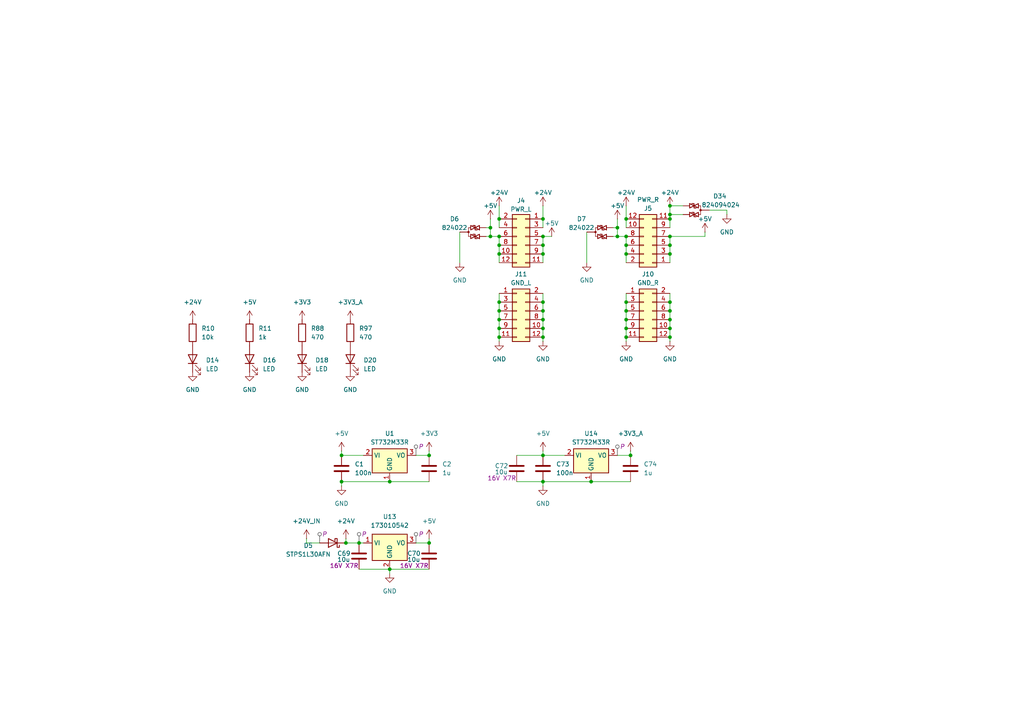
<source format=kicad_sch>
(kicad_sch (version 20231120) (generator "eeschema") (generator_version "8.0")
  (paper "A4")
  (lib_symbols
    (symbol "Connector_Generic:Conn_02x06_Odd_Even" (pin_names (offset 1.016) hide)
      (property "Reference" "J" (at 1.27 7.62 0))
      (property "Value" "Conn_02x06_Odd_Even" (at 1.27 -10.16 0))
      (symbol "Conn_02x06_Odd_Even_1_1"
        (rectangle (start -1.27 -7.493) (end 0 -7.747) (stroke (width 0.1524)))
        (rectangle (start -1.27 -4.953) (end 0 -5.207) (stroke (width 0.1524)))
        (rectangle (start -1.27 -2.413) (end 0 -2.667) (stroke (width 0.1524)))
        (rectangle (start -1.27 0.127) (end 0 -0.127) (stroke (width 0.1524)))
        (rectangle (start -1.27 2.667) (end 0 2.413) (stroke (width 0.1524)))
        (rectangle (start -1.27 5.207) (end 0 4.953) (stroke (width 0.1524)))
        (rectangle (start -1.27 6.35) (end 3.81 -8.89) (stroke (width 0.254)) (fill (type background)))
        (rectangle (start 3.81 -7.493) (end 2.54 -7.747) (stroke (width 0.1524)))
        (rectangle (start 3.81 -4.953) (end 2.54 -5.207) (stroke (width 0.1524)))
        (rectangle (start 3.81 -2.413) (end 2.54 -2.667) (stroke (width 0.1524)))
        (rectangle (start 3.81 0.127) (end 2.54 -0.127) (stroke (width 0.1524)))
        (rectangle (start 3.81 2.667) (end 2.54 2.413) (stroke (width 0.1524)))
        (rectangle (start 3.81 5.207) (end 2.54 4.953) (stroke (width 0.1524)))
        (pin passive line (at -5.08 5.08 0) (length 3.81) (name "Pin_1") (number "1"))
        (pin passive line (at 7.62 -5.08 180) (length 3.81) (name "Pin_10") (number "10"))
        (pin passive line (at -5.08 -7.62 0) (length 3.81) (name "Pin_11") (number "11"))
        (pin passive line (at 7.62 -7.62 180) (length 3.81) (name "Pin_12") (number "12"))
        (pin passive line (at 7.62 5.08 180) (length 3.81) (name "Pin_2") (number "2"))
        (pin passive line (at -5.08 2.54 0) (length 3.81) (name "Pin_3") (number "3"))
        (pin passive line (at 7.62 2.54 180) (length 3.81) (name "Pin_4") (number "4"))
        (pin passive line (at -5.08 0 0) (length 3.81) (name "Pin_5") (number "5"))
        (pin passive line (at 7.62 0 180) (length 3.81) (name "Pin_6") (number "6"))
        (pin passive line (at -5.08 -2.54 0) (length 3.81) (name "Pin_7") (number "7"))
        (pin passive line (at 7.62 -2.54 180) (length 3.81) (name "Pin_8") (number "8"))
        (pin passive line (at -5.08 -5.08 0) (length 3.81) (name "Pin_9") (number "9"))
      )
    )
    (symbol "D_TVS_Dual_AAC_1" (pin_numbers hide) (pin_names (offset 1.016) hide)
      (property "Reference" "D6" (at 0 3.81 0))
      (property "Value" "824022" (at 0 6.35 0))
      (symbol "D_TVS_Dual_AAC_1_0_1"
        (polyline (pts (xy -1.27 0) (xy -1.27 0.635)))
        (polyline (pts (xy -1.27 0) (xy 1.27 0)))
        (polyline (pts (xy 1.27 0) (xy 1.27 0.635)))
        (polyline (pts (xy -1.905 2.54) (xy -1.905 1.905) (xy -0.635 1.905) (xy -0.635 1.27)) (stroke (width 0.254)))
        (polyline (pts (xy 0.635 2.54) (xy 0.635 1.905) (xy 1.905 1.905) (xy 1.905 1.27)) (stroke (width 0.254)))
        (polyline (pts (xy -1.905 3.175) (xy -0.635 0.635) (xy -1.905 0.635) (xy -0.635 3.175) (xy -1.905 3.175)) (stroke (width 0.254)))
        (polyline (pts (xy 0.635 3.175) (xy 1.905 0.635) (xy 0.635 0.635) (xy 1.905 3.175) (xy 0.635 3.175)) (stroke (width 0.254)))
        (circle (center 0 0) (radius 0.254) (fill (type outline)))
      )
      (symbol "D_TVS_Dual_AAC_1_1_1"
        (pin passive line (at -1.27 5.08 270) (length 1.905) (name "A1") (number "1"))
        (pin passive line (at 1.27 5.08 270) (length 1.905) (name "A2") (number "2"))
        (pin passive line (at 0 -2.54 90) (length 2.54) (name "common") (number "3"))
      )
    )
    (symbol "Device:C" (pin_numbers hide) (pin_names (offset 0.254))
      (property "Reference" "C" (at 0.635 2.54 0))
      (property "Value" "C" (at 0.635 -2.54 0))
      (symbol "C_0_1"
        (polyline (pts (xy -2.032 -0.762) (xy 2.032 -0.762)) (stroke (width 0.508)))
        (polyline (pts (xy -2.032 0.762) (xy 2.032 0.762)) (stroke (width 0.508)))
      )
      (symbol "C_1_1"
        (pin passive line (at 0 3.81 270) (length 2.794) (name "~") (number "1"))
        (pin passive line (at 0 -3.81 90) (length 2.794) (name "~") (number "2"))
      )
    )
    (symbol "Device:D_Schottky" (pin_numbers hide) (pin_names (offset 1.016) hide)
      (property "Reference" "D6" (at -0.3175 -6.35 0))
      (property "Value" "STPS1L30AFN" (at -0.3175 -3.81 0))
      (symbol "D_Schottky_0_1"
        (polyline (pts (xy 1.27 0) (xy -1.27 0)))
        (polyline (pts (xy 1.27 1.27) (xy 1.27 -1.27) (xy -1.27 0) (xy 1.27 1.27)) (stroke (width 0.254)))
        (polyline (pts (xy -1.905 0.635) (xy -1.905 1.27) (xy -1.27 1.27) (xy -1.27 -1.27) (xy -0.635 -1.27) (xy -0.635 -0.635)) (stroke (width 0.254)))
      )
      (symbol "D_Schottky_1_1"
        (pin passive line (at -3.81 0 0) (length 2.54) (name "K") (number "1"))
        (pin passive line (at 3.81 0 180) (length 2.54) (name "A") (number "2"))
      )
    )
    (symbol "Device:LED" (pin_numbers hide) (pin_names (offset 1.016) hide)
      (property "Reference" "D" (at 0 2.54 0))
      (property "Value" "LED" (at 0 -2.54 0))
      (symbol "LED_0_1"
        (polyline (pts (xy -1.27 -1.27) (xy -1.27 1.27)) (stroke (width 0.254)))
        (polyline (pts (xy -1.27 0) (xy 1.27 0)))
        (polyline (pts (xy 1.27 -1.27) (xy 1.27 1.27) (xy -1.27 0) (xy 1.27 -1.27)) (stroke (width 0.254)))
        (polyline (pts (xy -3.048 -0.762) (xy -4.572 -2.286) (xy -3.81 -2.286) (xy -4.572 -2.286) (xy -4.572 -1.524)))
        (polyline (pts (xy -1.778 -0.762) (xy -3.302 -2.286) (xy -2.54 -2.286) (xy -3.302 -2.286) (xy -3.302 -1.524)))
      )
      (symbol "LED_1_1"
        (pin passive line (at -3.81 0 0) (length 2.54) (name "K") (number "1"))
        (pin passive line (at 3.81 0 180) (length 2.54) (name "A") (number "2"))
      )
    )
    (symbol "Device:R" (pin_numbers hide) (pin_names (offset 0))
      (property "Reference" "R" (at 2.032 0 90))
      (property "Value" "R" (at 0 0 90))
      (symbol "R_0_1"
        (rectangle (start -1.016 -2.54) (end 1.016 2.54) (stroke (width 0.254)))
      )
      (symbol "R_1_1"
        (pin passive line (at 0 3.81 270) (length 1.27) (name "~") (number "1"))
        (pin passive line (at 0 -3.81 90) (length 1.27) (name "~") (number "2"))
      )
    )
    (symbol "Regulator_Linear:LD1117S33TR_SOT223"
      (property "Reference" "U5" (at 0 6.35 0))
      (property "Value" "ST732M33R" (at 0 3.81 0))
      (symbol "LD1117S33TR_SOT223_0_1"
        (rectangle (start -5.08 -5.08) (end 5.08 1.905) (stroke (width 0.254)) (fill (type background)))
      )
      (symbol "LD1117S33TR_SOT223_1_1"
        (pin power_in line (at 0 -7.62 90) (length 2.54) (name "GND") (number "1"))
        (pin power_in line (at -7.62 0 0) (length 2.54) (name "VI") (number "2"))
        (pin power_out line (at 7.62 0 180) (length 2.54) (name "VO") (number "3"))
        (pin no_connect line (at 5.08 -3.175 0) (length 2.54) hide (name "NC") (number "4"))
        (pin no_connect line (at -5.08 -3.175 180) (length 2.54) hide (name "NC") (number "5"))
      )
    )
    (symbol "Regulator_Switching:TSR_1-2450"
      (property "Reference" "U13" (at 0 10.16 0))
      (property "Value" "173010542" (at 0 7.62 0))
      (symbol "TSR_1-2450_0_1"
        (rectangle (start -5.08 5.08) (end 5.08 -2.54) (stroke (width 0.254)) (fill (type background)))
      )
      (symbol "TSR_1-2450_1_1"
        (pin power_in line (at -7.62 2.54 0) (length 2.54) (name "VI") (number "1"))
        (pin power_in line (at 0 -5.08 90) (length 2.54) (name "GND") (number "2"))
        (pin power_out line (at 7.62 2.54 180) (length 2.54) (name "VO") (number "3"))
      )
    )
    (symbol "power:+24V" (power) (pin_numbers hide) (pin_names (offset 0) hide)
      (property "Value" "+24V" (at 0 3.556 0))
      (symbol "+24V_0_1"
        (polyline (pts (xy -0.762 1.27) (xy 0 2.54)))
        (polyline (pts (xy 0 0) (xy 0 2.54)))
        (polyline (pts (xy 0 2.54) (xy 0.762 1.27)))
      )
      (symbol "+24V_1_1"
        (pin power_in line (at 0 0 90) (length 0) (name "~") (number "1"))
      )
    )
    (symbol "power:+3V3" (power) (pin_numbers hide) (pin_names (offset 0) hide)
      (property "Value" "+3V3" (at 0 3.556 0))
      (symbol "+3V3_0_1"
        (polyline (pts (xy -0.762 1.27) (xy 0 2.54)))
        (polyline (pts (xy 0 0) (xy 0 2.54)))
        (polyline (pts (xy 0 2.54) (xy 0.762 1.27)))
      )
      (symbol "+3V3_1_1"
        (pin power_in line (at 0 0 90) (length 0) (name "~") (number "1"))
      )
    )
    (symbol "power:+5V" (power) (pin_numbers hide) (pin_names (offset 0) hide)
      (property "Value" "+5V" (at 0 3.556 0))
      (symbol "+5V_0_1"
        (polyline (pts (xy -0.762 1.27) (xy 0 2.54)))
        (polyline (pts (xy 0 0) (xy 0 2.54)))
        (polyline (pts (xy 0 2.54) (xy 0.762 1.27)))
      )
      (symbol "+5V_1_1"
        (pin power_in line (at 0 0 90) (length 0) (name "~") (number "1"))
      )
    )
    (symbol "power:GND" (power) (pin_numbers hide) (pin_names (offset 0) hide)
      (property "Value" "GND" (at 0 -3.81 0))
      (symbol "GND_0_1"
        (polyline (pts (xy 0 0) (xy 0 -1.27) (xy 1.27 -1.27) (xy 0 -2.54) (xy -1.27 -1.27) (xy 0 -1.27)))
      )
      (symbol "GND_1_1"
        (pin power_in line (at 0 0 270) (length 0) (name "~") (number "1"))
      )
    )
  )
  (junction (at 181.61 95.25))
  (junction (at 142.24 68.58))
  (junction (at 157.48 95.25))
  (junction (at 181.61 97.79))
  (junction (at 179.07 66.04))
  (junction (at 157.48 68.58))
  (junction (at 100.33 157.48))
  (junction (at 157.48 73.66))
  (junction (at 144.78 87.63))
  (junction (at 124.46 132.08))
  (junction (at 194.31 62.23))
  (junction (at 181.61 92.71))
  (junction (at 157.48 139.7))
  (junction (at 181.61 71.12))
  (junction (at 179.07 68.58))
  (junction (at 194.31 97.79))
  (junction (at 182.88 132.08))
  (junction (at 157.48 132.08))
  (junction (at 142.24 66.04))
  (junction (at 181.61 73.66))
  (junction (at 144.78 90.17))
  (junction (at 181.61 90.17))
  (junction (at 144.78 73.66))
  (junction (at 194.31 68.58))
  (junction (at 171.45 139.7))
  (junction (at 194.31 59.69))
  (junction (at 194.31 71.12))
  (junction (at 157.48 92.71))
  (junction (at 144.78 71.12))
  (junction (at 113.03 165.1))
  (junction (at 194.31 92.71))
  (junction (at 194.31 73.66))
  (junction (at 157.48 97.79))
  (junction (at 194.31 90.17))
  (junction (at 157.48 87.63))
  (junction (at 113.03 139.7))
  (junction (at 144.78 63.5))
  (junction (at 157.48 71.12))
  (junction (at 181.61 63.5))
  (junction (at 144.78 95.25))
  (junction (at 181.61 87.63))
  (junction (at 194.31 63.5))
  (junction (at 144.78 68.58))
  (junction (at 194.31 95.25))
  (junction (at 99.06 132.08))
  (junction (at 124.46 157.48))
  (junction (at 144.78 92.71))
  (junction (at 181.61 68.58))
  (junction (at 99.06 139.7))
  (junction (at 104.14 157.48))
  (junction (at 144.78 97.79))
  (junction (at 157.48 90.17))
  (junction (at 157.48 63.5))
  (junction (at 194.31 87.63))
  (wire (pts (xy 142.24 63.5) (xy 142.24 66.04)))
  (wire (pts (xy 99.06 132.08) (xy 105.41 132.08)))
  (wire (pts (xy 113.03 165.1) (xy 124.46 165.1)))
  (wire (pts (xy 104.14 157.48) (xy 105.41 157.48)))
  (wire (pts (xy 157.48 132.08) (xy 163.83 132.08)))
  (wire (pts (xy 194.31 97.79) (xy 194.31 99.06)))
  (wire (pts (xy 144.78 71.12) (xy 144.78 73.66)))
  (wire (pts (xy 177.8 66.04) (xy 179.07 66.04)))
  (wire (pts (xy 194.31 92.71) (xy 194.31 95.25)))
  (wire (pts (xy 144.78 63.5) (xy 144.78 66.04)))
  (wire (pts (xy 157.48 97.79) (xy 157.48 99.06)))
  (wire (pts (xy 181.61 97.79) (xy 181.61 99.06)))
  (wire (pts (xy 181.61 90.17) (xy 181.61 92.71)))
  (wire (pts (xy 157.48 85.09) (xy 157.48 87.63)))
  (wire (pts (xy 120.65 157.48) (xy 124.46 157.48)))
  (wire (pts (xy 205.74 60.96) (xy 210.82 60.96)))
  (wire (pts (xy 181.61 59.69) (xy 181.61 63.5)))
  (wire (pts (xy 140.97 66.04) (xy 142.24 66.04)))
  (wire (pts (xy 104.14 165.1) (xy 113.03 165.1)))
  (wire (pts (xy 142.24 68.58) (xy 144.78 68.58)))
  (wire (pts (xy 157.48 68.58) (xy 157.48 71.12)))
  (wire (pts (xy 100.33 156.21) (xy 100.33 157.48)))
  (wire (pts (xy 171.45 139.7) (xy 182.88 139.7)))
  (wire (pts (xy 149.86 132.08) (xy 157.48 132.08)))
  (wire (pts (xy 144.78 97.79) (xy 144.78 99.06)))
  (wire (pts (xy 194.31 62.23) (xy 194.31 63.5)))
  (wire (pts (xy 194.31 90.17) (xy 194.31 92.71)))
  (wire (pts (xy 149.86 139.7) (xy 157.48 139.7)))
  (wire (pts (xy 157.48 132.08) (xy 157.48 130.81)))
  (wire (pts (xy 181.61 87.63) (xy 181.61 90.17)))
  (wire (pts (xy 157.48 71.12) (xy 157.48 73.66)))
  (wire (pts (xy 144.78 68.58) (xy 144.78 71.12)))
  (wire (pts (xy 140.97 68.58) (xy 142.24 68.58)))
  (wire (pts (xy 144.78 59.69) (xy 144.78 63.5)))
  (wire (pts (xy 144.78 87.63) (xy 144.78 90.17)))
  (wire (pts (xy 133.35 67.31) (xy 133.35 76.2)))
  (wire (pts (xy 179.07 68.58) (xy 181.61 68.58)))
  (wire (pts (xy 100.33 157.48) (xy 104.14 157.48)))
  (wire (pts (xy 181.61 85.09) (xy 181.61 87.63)))
  (wire (pts (xy 157.48 73.66) (xy 157.48 76.2)))
  (wire (pts (xy 177.8 68.58) (xy 179.07 68.58)))
  (wire (pts (xy 144.78 90.17) (xy 144.78 92.71)))
  (wire (pts (xy 194.31 59.69) (xy 194.31 62.23)))
  (wire (pts (xy 157.48 87.63) (xy 157.48 90.17)))
  (wire (pts (xy 170.18 67.31) (xy 170.18 76.2)))
  (wire (pts (xy 88.9 157.48) (xy 92.71 157.48)))
  (wire (pts (xy 182.88 130.81) (xy 182.88 132.08)))
  (wire (pts (xy 144.78 95.25) (xy 144.78 97.79)))
  (wire (pts (xy 157.48 59.69) (xy 157.48 63.5)))
  (wire (pts (xy 99.06 132.08) (xy 99.06 130.81)))
  (wire (pts (xy 179.07 66.04) (xy 179.07 68.58)))
  (wire (pts (xy 99.06 139.7) (xy 113.03 139.7)))
  (wire (pts (xy 181.61 63.5) (xy 181.61 66.04)))
  (wire (pts (xy 194.31 68.58) (xy 194.31 71.12)))
  (wire (pts (xy 181.61 95.25) (xy 181.61 97.79)))
  (wire (pts (xy 120.65 132.08) (xy 124.46 132.08)))
  (wire (pts (xy 194.31 95.25) (xy 194.31 97.79)))
  (wire (pts (xy 194.31 62.23) (xy 198.12 62.23)))
  (wire (pts (xy 181.61 71.12) (xy 181.61 73.66)))
  (wire (pts (xy 113.03 139.7) (xy 124.46 139.7)))
  (wire (pts (xy 194.31 63.5) (xy 194.31 66.04)))
  (wire (pts (xy 179.07 63.5) (xy 179.07 66.04)))
  (wire (pts (xy 99.06 140.97) (xy 99.06 139.7)))
  (wire (pts (xy 157.48 140.97) (xy 157.48 139.7)))
  (wire (pts (xy 157.48 92.71) (xy 157.48 95.25)))
  (wire (pts (xy 142.24 66.04) (xy 142.24 68.58)))
  (wire (pts (xy 157.48 63.5) (xy 157.48 66.04)))
  (wire (pts (xy 204.47 67.31) (xy 204.47 68.58)))
  (wire (pts (xy 194.31 87.63) (xy 194.31 90.17)))
  (wire (pts (xy 144.78 85.09) (xy 144.78 87.63)))
  (wire (pts (xy 124.46 157.48) (xy 124.46 156.21)))
  (wire (pts (xy 210.82 60.96) (xy 210.82 62.23)))
  (wire (pts (xy 204.47 68.58) (xy 194.31 68.58)))
  (wire (pts (xy 194.31 85.09) (xy 194.31 87.63)))
  (wire (pts (xy 181.61 68.58) (xy 181.61 71.12)))
  (wire (pts (xy 181.61 73.66) (xy 181.61 76.2)))
  (wire (pts (xy 179.07 132.08) (xy 182.88 132.08)))
  (wire (pts (xy 160.02 68.58) (xy 157.48 68.58)))
  (wire (pts (xy 157.48 139.7) (xy 171.45 139.7)))
  (wire (pts (xy 144.78 73.66) (xy 144.78 76.2)))
  (wire (pts (xy 113.03 165.1) (xy 113.03 166.37)))
  (wire (pts (xy 88.9 156.21) (xy 88.9 157.48)))
  (wire (pts (xy 194.31 73.66) (xy 194.31 76.2)))
  (wire (pts (xy 157.48 95.25) (xy 157.48 97.79)))
  (wire (pts (xy 157.48 90.17) (xy 157.48 92.71)))
  (wire (pts (xy 181.61 92.71) (xy 181.61 95.25)))
  (wire (pts (xy 194.31 71.12) (xy 194.31 73.66)))
  (wire (pts (xy 194.31 59.69) (xy 198.12 59.69)))
  (wire (pts (xy 124.46 130.81) (xy 124.46 132.08)))
  (wire (pts (xy 144.78 92.71) (xy 144.78 95.25)))
  (netclass_flag "" (length 2.54) (shape round) (at 179.07 132.08 0) (property "Netclass" "P" (at 179.7685 129.54 0) (effects (font (italic yes)) (justify left))))
  (netclass_flag "" (length 2.54) (shape round) (at 120.65 132.08 0) (property "Netclass" "P" (at 121.3485 129.54 0) (effects (font (italic yes)) (justify left))))
  (netclass_flag "" (length 2.54) (shape round) (at 92.71 157.48 0) (property "Netclass" "P" (at 93.4085 154.94 0) (effects (font (italic yes)) (justify left))))
  (netclass_flag "" (length 2.54) (shape round) (at 120.65 157.48 0) (property "Netclass" "P" (at 121.3485 154.94 0) (effects (font (italic yes)) (justify left))))
  (netclass_flag "" (length 2.54) (shape round) (at 104.14 157.48 0) (property "Netclass" "P" (at 104.8385 154.94 0) (effects (font (italic yes)) (justify left))))
  (symbol (lib_id "Device:C") (at 124.46 161.29 0) (unit 1)
    (property "Reference" "C70" (at 118.11 160.528 0) (effects (justify left)))
    (property "Value" "10u" (at 118.11 162.306 0) (effects (justify left)))
    (property "Footprint" "Capacitor_SMD:C_1210_3225Metric" (effects (hide yes)))
    (property "Datasheet" "https://www.we-online.com/components/products/datasheet/885012209014.pdf" (effects (hide yes)))
    (property "Description" "Unpolarized capacitor" (effects (hide yes)))
    (property "Field5" "16V X7R" (at 120.142 164.084 0))
  )
  (symbol (lib_id "power:GND") (at 194.31 99.06 0) (unit 1)
    (property "Reference" "#PWR0129" (effects (hide yes)))
    (property "Value" "GND" (at 194.31 104.14 0))
    (property "Description" "Power symbol creates a global label with name \"GND\" , ground" (effects (hide yes)))
  )
  (symbol (lib_id "Device:C") (at 124.46 135.89 0) (unit 1)
    (property "Reference" "C2" (at 128.27 134.6199 0) (effects (justify left)))
    (property "Value" "1u" (at 128.27 137.1599 0) (effects (justify left)))
    (property "Footprint" "Capacitor_SMD:C_0603_1608Metric" (effects (hide yes)))
    (property "Description" "Unpolarized capacitor" (effects (hide yes)))
  )
  (symbol (lib_id "power:GND") (at 181.61 99.06 0) (unit 1)
    (property "Reference" "#PWR0130" (effects (hide yes)))
    (property "Value" "GND" (at 181.61 104.14 0))
    (property "Description" "Power symbol creates a global label with name \"GND\" , ground" (effects (hide yes)))
  )
  (symbol (lib_id "power:+5V") (at 179.07 63.5 0) (unit 1)
    (property "Reference" "#PWR0123" (effects (hide yes)))
    (property "Value" "+5V" (at 179.07 59.69 0))
    (property "Description" "Power symbol creates a global label with name \"+5V\"" (effects (hide yes)))
  )
  (symbol (lib_id "Connector_Generic:Conn_02x06_Odd_Even") (at 186.69 90.17 0) (unit 1)
    (property "Reference" "J10" (at 187.96 79.502 0))
    (property "Value" "GND_R" (at 187.96 82.042 0))
    (property "Footprint" "sensor_nodes_footprints:Molex_iGrid_2x06" (effects (hide yes)))
    (property "Description" "Generic connector, double row, 02x06, odd/even pin numbering scheme (row 1 odd numbers, row 2 even numbers), script generated (kicad-library-utils/schlib/autogen/connector/)" (effects (hide yes)))
  )
  (symbol (lib_id "Device:C") (at 182.88 135.89 0) (unit 1)
    (property "Reference" "C74" (at 186.69 134.6199 0) (effects (justify left)))
    (property "Value" "1u" (at 186.69 137.1599 0) (effects (justify left)))
    (property "Footprint" "Capacitor_SMD:C_0603_1608Metric" (effects (hide yes)))
    (property "Description" "Unpolarized capacitor" (effects (hide yes)))
  )
  (symbol (lib_id "Connector_Generic:Conn_02x06_Odd_Even") (at 189.23 71.12 180) (unit 1)
    (property "Reference" "J5" (at 187.96 60.452 0))
    (property "Value" "PWR_R" (at 187.96 57.912 0))
    (property "Footprint" "sensor_nodes_footprints:Molex_iGrid_2x06" (effects (hide yes)))
    (property "Description" "Generic connector, double row, 02x06, odd/even pin numbering scheme (row 1 odd numbers, row 2 even numbers), script generated (kicad-library-utils/schlib/autogen/connector/)" (effects (hide yes)))
  )
  (symbol (lib_name "D_TVS_Dual_AAC_1") (lib_id "Device:D_TVS_Dual_AAC") (at 172.72 67.31 270) (mirror x) (unit 1)
    (property "Reference" "D7" (at 168.656 63.5 90))
    (property "Value" "824022" (at 168.656 66.04 90))
    (property "Footprint" "Package_TO_SOT_SMD:SOT-23" (effects (hide yes)))
    (property "Datasheet" "https://www.we-online.com/de/components/products/WE-TVS#/articles/WE-TVS-SOT23-3L" (effects (hide yes)))
    (property "Description" "Bidirectional dual transient-voltage-suppression diode, center on pin 3" (effects (hide yes)))
  )
  (symbol (lib_id "Device:LED") (at 101.6 104.14 90) (unit 1)
    (property "Reference" "D20" (at 105.41 104.4574 90) (effects (justify right)))
    (property "Value" "LED" (at 105.41 106.9974 90) (effects (justify right)))
    (property "Footprint" "LED_SMD:LED_0603_1608Metric" (effects (hide yes)))
    (property "Description" "Light emitting diode" (effects (hide yes)))
  )
  (symbol (lib_id "power:+5V") (at 142.24 63.5 0) (unit 1)
    (property "Reference" "#PWR026" (effects (hide yes)))
    (property "Value" "+5V" (at 142.24 59.69 0))
    (property "Description" "Power symbol creates a global label with name \"+5V\"" (effects (hide yes)))
  )
  (symbol (lib_id "power:+24V") (at 194.31 59.69 0) (unit 1)
    (property "Reference" "#PWR0128" (effects (hide yes)))
    (property "Value" "+24V" (at 194.31 55.88 0))
    (property "Description" "Power symbol creates a global label with name \"+24V\"" (effects (hide yes)))
  )
  (symbol (lib_id "power:GND") (at 87.63 107.95 0) (unit 1)
    (property "Reference" "#PWR0106" (effects (hide yes)))
    (property "Value" "GND" (at 87.63 113.03 0))
    (property "Description" "Power symbol creates a global label with name \"GND\" , ground" (effects (hide yes)))
  )
  (symbol (lib_id "Connector_Generic:Conn_02x06_Odd_Even") (at 149.86 90.17 0) (unit 1)
    (property "Reference" "J11" (at 151.13 79.502 0))
    (property "Value" "GND_L" (at 151.13 82.042 0))
    (property "Footprint" "sensor_nodes_footprints:Molex_iGrid_2x06" (effects (hide yes)))
    (property "Description" "Generic connector, double row, 02x06, odd/even pin numbering scheme (row 1 odd numbers, row 2 even numbers), script generated (kicad-library-utils/schlib/autogen/connector/)" (effects (hide yes)))
  )
  (symbol (lib_id "power:GND") (at 99.06 140.97 0) (unit 1)
    (property "Reference" "#PWR04" (effects (hide yes)))
    (property "Value" "GND" (at 99.06 146.05 0))
    (property "Description" "Power symbol creates a global label with name \"GND\" , ground" (effects (hide yes)))
  )
  (symbol (lib_id "Device:R") (at 55.88 96.52 0) (unit 1)
    (property "Reference" "R10" (at 58.42 95.2499 0) (effects (justify left)))
    (property "Value" "10k" (at 58.42 97.7899 0) (effects (justify left)))
    (property "Footprint" "Resistor_SMD:R_0603_1608Metric" (effects (hide yes)))
    (property "Description" "Resistor" (effects (hide yes)))
  )
  (symbol (lib_id "power:GND") (at 157.48 140.97 0) (unit 1)
    (property "Reference" "#PWR0134" (effects (hide yes)))
    (property "Value" "GND" (at 157.48 146.05 0))
    (property "Description" "Power symbol creates a global label with name \"GND\" , ground" (effects (hide yes)))
  )
  (symbol (lib_id "Device:LED") (at 55.88 104.14 90) (unit 1)
    (property "Reference" "D14" (at 59.69 104.4574 90) (effects (justify right)))
    (property "Value" "LED" (at 59.69 106.9974 90) (effects (justify right)))
    (property "Footprint" "LED_SMD:LED_0603_1608Metric" (effects (hide yes)))
    (property "Description" "Light emitting diode" (effects (hide yes)))
  )
  (symbol (lib_id "power:GND") (at 157.48 99.06 0) (unit 1)
    (property "Reference" "#PWR0131" (effects (hide yes)))
    (property "Value" "GND" (at 157.48 104.14 0))
    (property "Description" "Power symbol creates a global label with name \"GND\" , ground" (effects (hide yes)))
  )
  (symbol (lib_id "power:+5V") (at 124.46 156.21 0) (unit 1)
    (property "Reference" "#PWR0121" (effects (hide yes)))
    (property "Value" "+5V" (at 124.46 151.13 0))
    (property "Description" "Power symbol creates a global label with name \"+5V\"" (effects (hide yes)))
  )
  (symbol (lib_id "power:GND") (at 144.78 99.06 0) (unit 1)
    (property "Reference" "#PWR0132" (effects (hide yes)))
    (property "Value" "GND" (at 144.78 104.14 0))
    (property "Description" "Power symbol creates a global label with name \"GND\" , ground" (effects (hide yes)))
  )
  (symbol (lib_id "Device:C") (at 149.86 135.89 0) (unit 1)
    (property "Reference" "C72" (at 143.51 135.128 0) (effects (justify left)))
    (property "Value" "10u" (at 143.51 136.906 0) (effects (justify left)))
    (property "Footprint" "Capacitor_SMD:C_1210_3225Metric" (effects (hide yes)))
    (property "Datasheet" "https://www.we-online.com/components/products/datasheet/885012209014.pdf" (effects (hide yes)))
    (property "Description" "Unpolarized capacitor" (effects (hide yes)))
    (property "Field5" "16V X7R" (at 145.542 138.684 0))
  )
  (symbol (lib_id "power:+24V") (at 157.48 59.69 0) (unit 1)
    (property "Reference" "#PWR0126" (effects (hide yes)))
    (property "Value" "+24V" (at 157.48 55.88 0))
    (property "Description" "Power symbol creates a global label with name \"+24V\"" (effects (hide yes)))
  )
  (symbol (lib_id "Device:C") (at 99.06 135.89 0) (unit 1)
    (property "Reference" "C1" (at 102.87 134.6199 0) (effects (justify left)))
    (property "Value" "100n" (at 102.87 137.1599 0) (effects (justify left)))
    (property "Footprint" "Capacitor_SMD:C_0603_1608Metric" (effects (hide yes)))
    (property "Description" "Unpolarized capacitor" (effects (hide yes)))
  )
  (symbol (lib_id "power:+24V") (at 88.9 156.21 0) (unit 1)
    (property "Reference" "#PWR019" (effects (hide yes)))
    (property "Value" "+24V_IN" (at 88.9 151.13 0))
    (property "Description" "Power symbol creates a global label with name \"+24V\"" (effects (hide yes)))
  )
  (symbol (lib_id "Regulator_Switching:TSR_1-2450") (at 113.03 160.02 0) (unit 1)
    (property "Reference" "U13" (at 113.03 149.86 0))
    (property "Value" "173010542" (at 113.03 152.4 0))
    (property "Footprint" "Converter_DCDC:Converter_DCDC_TRACO_TSR-1_THT" (effects (hide yes)))
    (property "Datasheet" "https://www.we-online.com/components/products/datasheet/173010542.pdf" (effects (hide yes)))
  )
  (symbol (lib_id "Regulator_Linear:LD1117S33TR_SOT223") (at 171.45 132.08 0) (unit 1)
    (property "Reference" "U14" (at 171.45 125.73 0))
    (property "Value" "ST732M33R" (at 171.45 128.27 0))
    (property "Footprint" "Package_TO_SOT_SMD:SOT-23-5" (effects (hide yes)))
    (property "Datasheet" "https://www.st.com/resource/en/datasheet/st732.pdf" (effects (hide yes)))
    (property "Description" "800mA Fixed Low Drop Positive Voltage Regulator, Fixed Output 3.3V, SOT-223" (effects (hide yes)))
  )
  (symbol (lib_id "power:+3V3") (at 182.88 130.81 0) (unit 1)
    (property "Reference" "#PWR0135" (effects (hide yes)))
    (property "Value" "+3V3_A" (at 182.88 125.73 0))
    (property "Description" "Power symbol creates a global label with name \"+3V3\"" (effects (hide yes)))
  )
  (symbol (lib_id "Device:C") (at 104.14 161.29 0) (unit 1)
    (property "Reference" "C69" (at 97.79 160.528 0) (effects (justify left)))
    (property "Value" "10u" (at 97.79 162.306 0) (effects (justify left)))
    (property "Footprint" "Capacitor_SMD:C_1210_3225Metric" (effects (hide yes)))
    (property "Datasheet" "https://www.we-online.com/components/products/datasheet/885012209014.pdf" (effects (hide yes)))
    (property "Description" "Unpolarized capacitor" (effects (hide yes)))
    (property "Field5" "16V X7R" (at 99.822 164.084 0))
  )
  (symbol (lib_name "D_TVS_Dual_AAC_1") (lib_id "Device:D_TVS_Dual_AAC") (at 203.2 60.96 90) (mirror x) (unit 1)
    (property "Reference" "D34" (at 208.788 56.896 90))
    (property "Value" "824094024" (at 209.042 59.436 90))
    (property "Footprint" "Package_TO_SOT_SMD:SOT-23" (effects (hide yes)))
    (property "Datasheet" "https://www.we-online.com/de/components/products/WE-TVS#/articles/WE-TVS-SOT23-3L" (effects (hide yes)))
    (property "Description" "Bidirectional dual transient-voltage-suppression diode, center on pin 3" (effects (hide yes)))
  )
  (symbol (lib_id "Regulator_Linear:LD1117S33TR_SOT223") (at 113.03 132.08 0) (unit 1)
    (property "Reference" "U1" (at 113.03 125.73 0))
    (property "Value" "ST732M33R" (at 113.03 128.27 0))
    (property "Footprint" "Package_TO_SOT_SMD:SOT-23-5" (effects (hide yes)))
    (property "Datasheet" "https://www.st.com/resource/en/datasheet/st732.pdf" (effects (hide yes)))
    (property "Description" "800mA Fixed Low Drop Positive Voltage Regulator, Fixed Output 3.3V, SOT-223" (effects (hide yes)))
  )
  (symbol (lib_id "Device:C") (at 157.48 135.89 0) (unit 1)
    (property "Reference" "C73" (at 161.29 134.6199 0) (effects (justify left)))
    (property "Value" "100n" (at 161.29 137.1599 0) (effects (justify left)))
    (property "Footprint" "Capacitor_SMD:C_0603_1608Metric" (effects (hide yes)))
    (property "Description" "Unpolarized capacitor" (effects (hide yes)))
  )
  (symbol (lib_id "power:+5V") (at 160.02 68.58 0) (unit 1)
    (property "Reference" "#PWR0122" (effects (hide yes)))
    (property "Value" "+5V" (at 160.02 64.77 0))
    (property "Description" "Power symbol creates a global label with name \"+5V\"" (effects (hide yes)))
  )
  (symbol (lib_id "power:+24V") (at 55.88 92.71 0) (unit 1)
    (property "Reference" "#PWR075" (effects (hide yes)))
    (property "Value" "+24V" (at 55.88 87.63 0))
    (property "Description" "Power symbol creates a global label with name \"+24V\"" (effects (hide yes)))
  )
  (symbol (lib_id "power:+5V") (at 99.06 130.81 0) (unit 1)
    (property "Reference" "#PWR03" (effects (hide yes)))
    (property "Value" "+5V" (at 99.06 125.73 0))
    (property "Description" "Power symbol creates a global label with name \"+5V\"" (effects (hide yes)))
  )
  (symbol (lib_id "power:GND") (at 170.18 76.2 0) (unit 1)
    (property "Reference" "#PWR035" (effects (hide yes)))
    (property "Value" "GND" (at 170.18 81.28 0))
    (property "Description" "Power symbol creates a global label with name \"GND\" , ground" (effects (hide yes)))
  )
  (symbol (lib_id "power:GND") (at 55.88 107.95 0) (unit 1)
    (property "Reference" "#PWR083" (effects (hide yes)))
    (property "Value" "GND" (at 55.88 113.03 0))
    (property "Description" "Power symbol creates a global label with name \"GND\" , ground" (effects (hide yes)))
  )
  (symbol (lib_id "power:GND") (at 133.35 76.2 0) (unit 1)
    (property "Reference" "#PWR043" (effects (hide yes)))
    (property "Value" "GND" (at 133.35 81.28 0))
    (property "Description" "Power symbol creates a global label with name \"GND\" , ground" (effects (hide yes)))
  )
  (symbol (lib_id "power:GND") (at 101.6 107.95 0) (unit 1)
    (property "Reference" "#PWR0137" (effects (hide yes)))
    (property "Value" "GND" (at 101.6 113.03 0))
    (property "Description" "Power symbol creates a global label with name \"GND\" , ground" (effects (hide yes)))
  )
  (symbol (lib_id "Device:LED") (at 87.63 104.14 90) (unit 1)
    (property "Reference" "D18" (at 91.44 104.4574 90) (effects (justify right)))
    (property "Value" "LED" (at 91.44 106.9974 90) (effects (justify right)))
    (property "Footprint" "LED_SMD:LED_0603_1608Metric" (effects (hide yes)))
    (property "Description" "Light emitting diode" (effects (hide yes)))
  )
  (symbol (lib_id "power:+24V") (at 181.61 59.69 0) (unit 1)
    (property "Reference" "#PWR0127" (effects (hide yes)))
    (property "Value" "+24V" (at 181.61 55.88 0))
    (property "Description" "Power symbol creates a global label with name \"+24V\"" (effects (hide yes)))
  )
  (symbol (lib_id "power:GND") (at 72.39 107.95 0) (unit 1)
    (property "Reference" "#PWR096" (effects (hide yes)))
    (property "Value" "GND" (at 72.39 113.03 0))
    (property "Description" "Power symbol creates a global label with name \"GND\" , ground" (effects (hide yes)))
  )
  (symbol (lib_id "Device:R") (at 101.6 96.52 0) (unit 1)
    (property "Reference" "R97" (at 104.14 95.2499 0) (effects (justify left)))
    (property "Value" "470" (at 104.14 97.7899 0) (effects (justify left)))
    (property "Footprint" "Resistor_SMD:R_0603_1608Metric" (effects (hide yes)))
    (property "Description" "Resistor" (effects (hide yes)))
  )
  (symbol (lib_name "D_TVS_Dual_AAC_1") (lib_id "Device:D_TVS_Dual_AAC") (at 135.89 67.31 270) (mirror x) (unit 1)
    (property "Reference" "D6" (at 131.826 63.5 90))
    (property "Value" "824022" (at 131.826 66.04 90))
    (property "Footprint" "Package_TO_SOT_SMD:SOT-23" (effects (hide yes)))
    (property "Datasheet" "https://www.we-online.com/de/components/products/WE-TVS#/articles/WE-TVS-SOT23-3L" (effects (hide yes)))
    (property "Description" "Bidirectional dual transient-voltage-suppression diode, center on pin 3" (effects (hide yes)))
  )
  (symbol (lib_id "Connector_Generic:Conn_02x06_Odd_Even") (at 152.4 68.58 0) (mirror y) (unit 1)
    (property "Reference" "J4" (at 151.13 58.166 0))
    (property "Value" "PWR_L" (at 151.13 60.706 0))
    (property "Footprint" "sensor_nodes_footprints:Molex_iGrid_2x06" (effects (hide yes)))
    (property "Description" "Generic connector, double row, 02x06, odd/even pin numbering scheme (row 1 odd numbers, row 2 even numbers), script generated (kicad-library-utils/schlib/autogen/connector/)" (effects (hide yes)))
  )
  (symbol (lib_id "power:GND") (at 113.03 166.37 0) (unit 1)
    (property "Reference" "#PWR020" (effects (hide yes)))
    (property "Value" "GND" (at 113.03 171.45 0))
    (property "Description" "Power symbol creates a global label with name \"GND\" , ground" (effects (hide yes)))
  )
  (symbol (lib_id "power:+3V3") (at 87.63 92.71 0) (unit 1)
    (property "Reference" "#PWR0101" (effects (hide yes)))
    (property "Value" "+3V3" (at 87.63 87.63 0))
    (property "Description" "Power symbol creates a global label with name \"+3V3\"" (effects (hide yes)))
  )
  (symbol (lib_id "Device:LED") (at 72.39 104.14 90) (unit 1)
    (property "Reference" "D16" (at 76.2 104.4574 90) (effects (justify right)))
    (property "Value" "LED" (at 76.2 106.9974 90) (effects (justify right)))
    (property "Footprint" "LED_SMD:LED_0603_1608Metric" (effects (hide yes)))
    (property "Description" "Light emitting diode" (effects (hide yes)))
  )
  (symbol (lib_id "power:+24V") (at 144.78 59.69 0) (unit 1)
    (property "Reference" "#PWR0125" (effects (hide yes)))
    (property "Value" "+24V" (at 144.78 55.88 0))
    (property "Description" "Power symbol creates a global label with name \"+24V\"" (effects (hide yes)))
  )
  (symbol (lib_id "power:+3V3") (at 124.46 130.81 0) (unit 1)
    (property "Reference" "#PWR06" (effects (hide yes)))
    (property "Value" "+3V3" (at 124.46 125.73 0))
    (property "Description" "Power symbol creates a global label with name \"+3V3\"" (effects (hide yes)))
  )
  (symbol (lib_id "Device:D_Schottky") (at 96.52 157.48 180) (unit 1)
    (property "Reference" "D5" (at 89.408 158.242 0))
    (property "Value" "STPS1L30AFN" (at 89.408 160.782 0))
    (property "Footprint" "Diode_SMD:D_SMA" (effects (hide yes)))
    (property "Datasheet" "https://www.st.com/resource/en/datasheet/stps1l30.pdf" (effects (hide yes)))
    (property "Description" "Schottky diode" (effects (hide yes)))
  )
  (symbol (lib_id "power:+24V") (at 100.33 156.21 0) (unit 1)
    (property "Reference" "#PWR067" (effects (hide yes)))
    (property "Value" "+24V" (at 100.33 151.13 0))
    (property "Description" "Power symbol creates a global label with name \"+24V\"" (effects (hide yes)))
  )
  (symbol (lib_id "power:+5V") (at 157.48 130.81 0) (unit 1)
    (property "Reference" "#PWR0133" (effects (hide yes)))
    (property "Value" "+5V" (at 157.48 125.73 0))
    (property "Description" "Power symbol creates a global label with name \"+5V\"" (effects (hide yes)))
  )
  (symbol (lib_id "Device:R") (at 72.39 96.52 0) (unit 1)
    (property "Reference" "R11" (at 74.93 95.2499 0) (effects (justify left)))
    (property "Value" "1k" (at 74.93 97.7899 0) (effects (justify left)))
    (property "Footprint" "Resistor_SMD:R_0603_1608Metric" (effects (hide yes)))
    (property "Description" "Resistor" (effects (hide yes)))
  )
  (symbol (lib_id "Device:R") (at 87.63 96.52 0) (unit 1)
    (property "Reference" "R88" (at 90.17 95.2499 0) (effects (justify left)))
    (property "Value" "470" (at 90.17 97.7899 0) (effects (justify left)))
    (property "Footprint" "Resistor_SMD:R_0603_1608Metric" (effects (hide yes)))
    (property "Description" "Resistor" (effects (hide yes)))
  )
  (symbol (lib_id "power:+24V") (at 72.39 92.71 0) (unit 1)
    (property "Reference" "#PWR091" (effects (hide yes)))
    (property "Value" "+5V" (at 72.39 87.63 0))
    (property "Description" "Power symbol creates a global label with name \"+24V\"" (effects (hide yes)))
  )
  (symbol (lib_id "power:+5V") (at 204.47 67.31 0) (unit 1)
    (property "Reference" "#PWR0124" (effects (hide yes)))
    (property "Value" "+5V" (at 204.47 63.5 0))
    (property "Description" "Power symbol creates a global label with name \"+5V\"" (effects (hide yes)))
  )
  (symbol (lib_id "power:GND") (at 210.82 62.23 0) (unit 1)
    (property "Reference" "#PWR0138" (effects (hide yes)))
    (property "Value" "GND" (at 210.82 67.31 0))
    (property "Description" "Power symbol creates a global label with name \"GND\" , ground" (effects (hide yes)))
  )
  (symbol (lib_id "power:+3V3") (at 101.6 92.71 0) (unit 1)
    (property "Reference" "#PWR0136" (effects (hide yes)))
    (property "Value" "+3V3_A" (at 101.6 87.63 0))
    (property "Description" "Power symbol creates a global label with name \"+3V3\"" (effects (hide yes)))
  )
)
</source>
